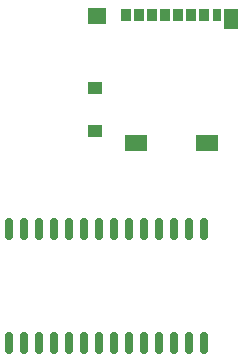
<source format=gbr>
%TF.GenerationSoftware,KiCad,Pcbnew,(6.0.11)*%
%TF.CreationDate,2023-09-02T05:53:17-04:00*%
%TF.ProjectId,input-output.Multi,696e7075-742d-46f7-9574-7075742e4d75,rev?*%
%TF.SameCoordinates,Original*%
%TF.FileFunction,Paste,Top*%
%TF.FilePolarity,Positive*%
%FSLAX46Y46*%
G04 Gerber Fmt 4.6, Leading zero omitted, Abs format (unit mm)*
G04 Created by KiCad (PCBNEW (6.0.11)) date 2023-09-02 05:53:17*
%MOMM*%
%LPD*%
G01*
G04 APERTURE LIST*
G04 Aperture macros list*
%AMRoundRect*
0 Rectangle with rounded corners*
0 $1 Rounding radius*
0 $2 $3 $4 $5 $6 $7 $8 $9 X,Y pos of 4 corners*
0 Add a 4 corners polygon primitive as box body*
4,1,4,$2,$3,$4,$5,$6,$7,$8,$9,$2,$3,0*
0 Add four circle primitives for the rounded corners*
1,1,$1+$1,$2,$3*
1,1,$1+$1,$4,$5*
1,1,$1+$1,$6,$7*
1,1,$1+$1,$8,$9*
0 Add four rect primitives between the rounded corners*
20,1,$1+$1,$2,$3,$4,$5,0*
20,1,$1+$1,$4,$5,$6,$7,0*
20,1,$1+$1,$6,$7,$8,$9,0*
20,1,$1+$1,$8,$9,$2,$3,0*%
G04 Aperture macros list end*
%ADD10RoundRect,0.150000X0.150000X-0.750000X0.150000X0.750000X-0.150000X0.750000X-0.150000X-0.750000X0*%
%ADD11R,0.850000X1.100000*%
%ADD12R,0.750000X1.100000*%
%ADD13R,1.200000X1.000000*%
%ADD14R,1.170000X1.800000*%
%ADD15R,1.900000X1.350000*%
%ADD16R,1.550000X1.350000*%
G04 APERTURE END LIST*
D10*
%TO.C,U27*%
X240995000Y-99300000D03*
X242265000Y-99300000D03*
X243535000Y-99300000D03*
X244805000Y-99300000D03*
X246075000Y-99300000D03*
X247345000Y-99300000D03*
X248615000Y-99300000D03*
X249885000Y-99300000D03*
X251155000Y-99300000D03*
X252425000Y-99300000D03*
X253695000Y-99300000D03*
X254965000Y-99300000D03*
X256235000Y-99300000D03*
X257505000Y-99300000D03*
X257505000Y-89700000D03*
X256235000Y-89700000D03*
X254965000Y-89700000D03*
X253695000Y-89700000D03*
X252425000Y-89700000D03*
X251155000Y-89700000D03*
X249885000Y-89700000D03*
X248615000Y-89700000D03*
X247345000Y-89700000D03*
X246075000Y-89700000D03*
X244805000Y-89700000D03*
X243535000Y-89700000D03*
X242265000Y-89700000D03*
X240995000Y-89700000D03*
%TD*%
D11*
%TO.C,J8*%
X250895000Y-71550000D03*
X251995000Y-71550000D03*
X253095000Y-71550000D03*
X254195000Y-71550000D03*
X255295000Y-71550000D03*
X256395000Y-71550000D03*
X257495000Y-71550000D03*
D12*
X258545000Y-71550000D03*
D13*
X248260000Y-77700000D03*
X248260000Y-81400000D03*
D14*
X259755000Y-71900000D03*
D15*
X251760000Y-82375000D03*
X257730000Y-82375000D03*
D16*
X248435000Y-71675000D03*
%TD*%
M02*

</source>
